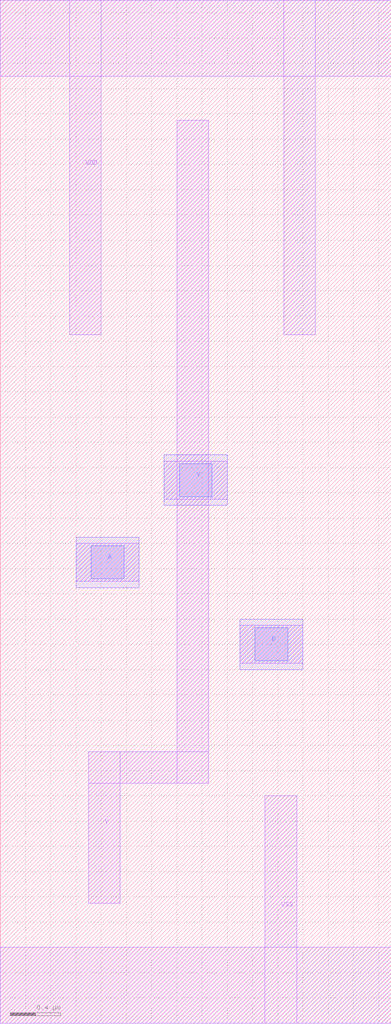
<source format=lef>
# Copyright 2022 Google LLC
# Licensed under the Apache License, Version 2.0 (the "License");
# you may not use this file except in compliance with the License.
# You may obtain a copy of the License at
#
#      http://www.apache.org/licenses/LICENSE-2.0
#
# Unless required by applicable law or agreed to in writing, software
# distributed under the License is distributed on an "AS IS" BASIS,
# WITHOUT WARRANTIES OR CONDITIONS OF ANY KIND, either express or implied.
# See the License for the specific language governing permissions and
# limitations under the License.
VERSION 5.7 ;
BUSBITCHARS "[]" ;
DIVIDERCHAR "/" ;

MACRO gf180mcu_osu_sc_gp12t3v3__nand2_1
  CLASS CORE ;
  ORIGIN 0 0 ;
  FOREIGN gf180mcu_osu_sc_gp12t3v3__nand2_1 0 0 ;
  SIZE 3.1 BY 8.1 ;
  SYMMETRY X Y ;
  SITE GF180_3p3_12t ;
  PIN VDD
    DIRECTION INOUT ;
    USE POWER ;
    SHAPE ABUTMENT ;
    PORT
      LAYER MET1 ;
        RECT 0 7.5 3.1 8.1 ;
        RECT 2.25 5.45 2.5 8.1 ;
        RECT 0.55 5.45 0.8 8.1 ;
    END
  END VDD
  PIN VSS
    DIRECTION INOUT ;
    USE GROUND ;
    PORT
      LAYER MET1 ;
        RECT 0 0 3.1 0.6 ;
        RECT 2.1 0 2.35 1.8 ;
    END
  END VSS
  PIN A
    DIRECTION INPUT ;
    USE SIGNAL ;
    PORT
      LAYER MET1 ;
        RECT 0.6 3.5 1.1 3.8 ;
      LAYER MET2 ;
        RECT 0.6 3.45 1.1 3.85 ;
      LAYER VIA12 ;
        RECT 0.72 3.52 0.98 3.78 ;
    END
  END A
  PIN B
    DIRECTION INPUT ;
    USE SIGNAL ;
    PORT
      LAYER MET1 ;
        RECT 1.9 2.85 2.4 3.15 ;
      LAYER MET2 ;
        RECT 1.9 2.8 2.4 3.2 ;
      LAYER VIA12 ;
        RECT 2.02 2.87 2.28 3.13 ;
    END
  END B
  PIN Y
    DIRECTION OUTPUT ;
    USE SIGNAL ;
    PORT
      LAYER MET1 ;
        RECT 1.3 4.15 1.8 4.45 ;
        RECT 1.4 1.9 1.65 7.15 ;
        RECT 0.7 1.9 1.65 2.15 ;
        RECT 0.7 0.95 0.95 2.15 ;
      LAYER MET2 ;
        RECT 1.3 4.1 1.8 4.5 ;
      LAYER VIA12 ;
        RECT 1.42 4.17 1.68 4.43 ;
    END
  END Y
END gf180mcu_osu_sc_gp12t3v3__nand2_1

</source>
